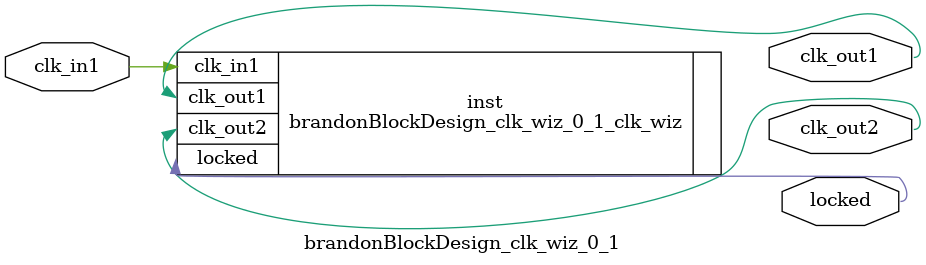
<source format=v>


`timescale 1ps/1ps

(* CORE_GENERATION_INFO = "brandonBlockDesign_clk_wiz_0_1,clk_wiz_v6_0_8_0_0,{component_name=brandonBlockDesign_clk_wiz_0_1,use_phase_alignment=true,use_min_o_jitter=false,use_max_i_jitter=false,use_dyn_phase_shift=false,use_inclk_switchover=false,use_dyn_reconfig=false,enable_axi=0,feedback_source=FDBK_AUTO,PRIMITIVE=MMCM,num_out_clk=2,clkin1_period=10.000,clkin2_period=10.000,use_power_down=false,use_reset=false,use_locked=true,use_inclk_stopped=false,feedback_type=SINGLE,CLOCK_MGR_TYPE=NA,manual_override=false}" *)

module brandonBlockDesign_clk_wiz_0_1 
 (
  // Clock out ports
  output        clk_out1,
  output        clk_out2,
  // Status and control signals
  output        locked,
 // Clock in ports
  input         clk_in1
 );

  brandonBlockDesign_clk_wiz_0_1_clk_wiz inst
  (
  // Clock out ports  
  .clk_out1(clk_out1),
  .clk_out2(clk_out2),
  // Status and control signals               
  .locked(locked),
 // Clock in ports
  .clk_in1(clk_in1)
  );

endmodule

</source>
